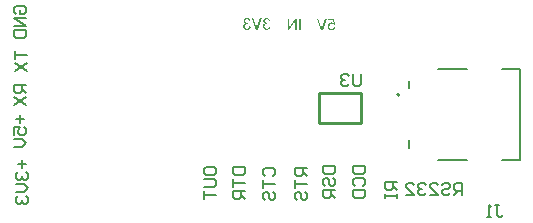
<source format=gbo>
G04*
G04 #@! TF.GenerationSoftware,Altium Limited,Altium Designer,24.3.1 (35)*
G04*
G04 Layer_Color=32896*
%FSLAX44Y44*%
%MOMM*%
G71*
G04*
G04 #@! TF.SameCoordinates,DD5606FB-0AE3-4311-A501-CF171F200833*
G04*
G04*
G04 #@! TF.FilePolarity,Positive*
G04*
G01*
G75*
%ADD10C,0.2540*%
%ADD13C,0.2000*%
%ADD14C,0.1524*%
%ADD73C,0.1270*%
G36*
X419652Y186830D02*
X418522Y186665D01*
X418420Y186817D01*
X418306Y186944D01*
X418179Y187071D01*
X418065Y187160D01*
X417963Y187249D01*
X417887Y187299D01*
X417836Y187338D01*
X417811Y187350D01*
X417633Y187439D01*
X417442Y187515D01*
X417265Y187566D01*
X417112Y187592D01*
X416960Y187617D01*
X416858Y187630D01*
X416579D01*
X416426Y187604D01*
X416121Y187541D01*
X415868Y187439D01*
X415652Y187338D01*
X415474Y187223D01*
X415347Y187122D01*
X415309Y187084D01*
X415271Y187058D01*
X415245Y187045D01*
Y187033D01*
X415144Y186919D01*
X415055Y186791D01*
X414915Y186525D01*
X414813Y186258D01*
X414750Y185991D01*
X414699Y185763D01*
X414686Y185661D01*
Y185572D01*
X414674Y185509D01*
Y185458D01*
Y185420D01*
Y185407D01*
Y185204D01*
X414699Y185026D01*
X414763Y184683D01*
X414864Y184391D01*
X414966Y184137D01*
X415029Y184036D01*
X415080Y183947D01*
X415131Y183858D01*
X415182Y183794D01*
X415220Y183743D01*
X415245Y183705D01*
X415258Y183693D01*
X415271Y183680D01*
X415385Y183566D01*
X415499Y183464D01*
X415626Y183375D01*
X415753Y183312D01*
X415994Y183185D01*
X416236Y183109D01*
X416439Y183070D01*
X416528Y183058D01*
X416591Y183045D01*
X416655Y183032D01*
X416744D01*
X417010Y183058D01*
X417239Y183109D01*
X417455Y183172D01*
X417633Y183261D01*
X417772Y183337D01*
X417887Y183413D01*
X417950Y183464D01*
X417976Y183477D01*
X418141Y183667D01*
X418280Y183883D01*
X418395Y184112D01*
X418484Y184340D01*
X418535Y184531D01*
X418560Y184620D01*
X418585Y184696D01*
X418598Y184760D01*
Y184810D01*
X418611Y184836D01*
Y184848D01*
X419868Y184760D01*
X419843Y184531D01*
X419792Y184315D01*
X419741Y184125D01*
X419665Y183934D01*
X419601Y183756D01*
X419512Y183591D01*
X419436Y183439D01*
X419347Y183312D01*
X419271Y183185D01*
X419182Y183083D01*
X419119Y182994D01*
X419043Y182918D01*
X418992Y182854D01*
X418954Y182816D01*
X418928Y182791D01*
X418915Y182778D01*
X418750Y182651D01*
X418585Y182537D01*
X418408Y182435D01*
X418217Y182359D01*
X418039Y182283D01*
X417861Y182220D01*
X417519Y182131D01*
X417353Y182105D01*
X417214Y182080D01*
X417074Y182067D01*
X416960Y182054D01*
X416871Y182042D01*
X416744D01*
X416452Y182054D01*
X416172Y182092D01*
X415906Y182156D01*
X415652Y182232D01*
X415423Y182321D01*
X415220Y182410D01*
X415029Y182524D01*
X414851Y182639D01*
X414699Y182740D01*
X414559Y182854D01*
X414445Y182943D01*
X414356Y183045D01*
X414280Y183109D01*
X414216Y183172D01*
X414191Y183210D01*
X414178Y183223D01*
X414039Y183413D01*
X413924Y183604D01*
X413823Y183794D01*
X413734Y183985D01*
X413658Y184175D01*
X413594Y184366D01*
X413505Y184734D01*
X413467Y184886D01*
X413442Y185039D01*
X413429Y185179D01*
X413416Y185293D01*
X413404Y185382D01*
Y185445D01*
Y185496D01*
Y185509D01*
X413416Y185763D01*
X413442Y186004D01*
X413480Y186233D01*
X413543Y186461D01*
X413607Y186665D01*
X413683Y186842D01*
X413759Y187020D01*
X413848Y187173D01*
X413924Y187312D01*
X414013Y187439D01*
X414090Y187541D01*
X414153Y187630D01*
X414216Y187706D01*
X414255Y187757D01*
X414280Y187782D01*
X414293Y187795D01*
X414458Y187947D01*
X414636Y188087D01*
X414813Y188201D01*
X414991Y188316D01*
X415182Y188392D01*
X415359Y188468D01*
X415525Y188531D01*
X415690Y188570D01*
X415855Y188608D01*
X415994Y188633D01*
X416121Y188658D01*
X416223Y188671D01*
X416312Y188684D01*
X416439D01*
X416617Y188671D01*
X416795Y188658D01*
X417137Y188582D01*
X417442Y188493D01*
X417722Y188379D01*
X417849Y188316D01*
X417950Y188265D01*
X418052Y188201D01*
X418128Y188163D01*
X418192Y188125D01*
X418242Y188087D01*
X418268Y188074D01*
X418280Y188062D01*
X417760Y190703D01*
X413861D01*
Y191846D01*
X418712D01*
X419652Y186830D01*
D02*
G37*
G36*
X409022Y182207D02*
X407676D01*
X403866Y191973D01*
X405174D01*
X407816Y184874D01*
X407930Y184582D01*
X408032Y184290D01*
X408120Y184010D01*
X408197Y183769D01*
X408260Y183566D01*
X408286Y183489D01*
X408311Y183413D01*
X408324Y183350D01*
X408336Y183312D01*
X408349Y183286D01*
Y183274D01*
X408425Y183553D01*
X408514Y183845D01*
X408603Y184112D01*
X408679Y184353D01*
X408755Y184569D01*
X408781Y184658D01*
X408806Y184734D01*
X408832Y184785D01*
X408844Y184836D01*
X408857Y184861D01*
Y184874D01*
X411397Y191973D01*
X412807D01*
X409022Y182207D01*
D02*
G37*
G36*
X387047Y181993D02*
X385802D01*
Y189651D01*
X380684Y181993D01*
X379350D01*
Y191759D01*
X380595D01*
Y184089D01*
X385726Y191759D01*
X387047D01*
Y181993D01*
D02*
G37*
G36*
X390602D02*
X389307D01*
Y191759D01*
X390602D01*
Y181993D01*
D02*
G37*
G36*
X361923Y192377D02*
X362126Y192365D01*
X362507Y192288D01*
X362837Y192174D01*
X362977Y192111D01*
X363117Y192060D01*
X363231Y191996D01*
X363345Y191933D01*
X363434Y191869D01*
X363510Y191819D01*
X363574Y191780D01*
X363612Y191742D01*
X363637Y191730D01*
X363650Y191717D01*
X363790Y191590D01*
X363917Y191450D01*
X364133Y191145D01*
X364298Y190841D01*
X364437Y190548D01*
X364488Y190409D01*
X364526Y190282D01*
X364564Y190155D01*
X364590Y190066D01*
X364615Y189977D01*
X364628Y189914D01*
X364641Y189875D01*
Y189863D01*
X363447Y189647D01*
X363383Y189952D01*
X363307Y190218D01*
X363205Y190447D01*
X363104Y190625D01*
X363015Y190777D01*
X362939Y190879D01*
X362888Y190930D01*
X362863Y190955D01*
X362672Y191107D01*
X362482Y191209D01*
X362278Y191285D01*
X362101Y191349D01*
X361936Y191374D01*
X361796Y191387D01*
X361745Y191399D01*
X361682D01*
X361427Y191387D01*
X361212Y191336D01*
X361008Y191260D01*
X360843Y191183D01*
X360716Y191095D01*
X360615Y191031D01*
X360564Y190980D01*
X360538Y190955D01*
X360386Y190790D01*
X360272Y190599D01*
X360196Y190422D01*
X360132Y190256D01*
X360107Y190104D01*
X360094Y189990D01*
X360081Y189901D01*
Y189888D01*
Y189875D01*
X360094Y189723D01*
X360107Y189583D01*
X360183Y189329D01*
X360272Y189113D01*
X360386Y188936D01*
X360500Y188809D01*
X360602Y188707D01*
X360678Y188656D01*
X360691Y188631D01*
X360704D01*
X360932Y188504D01*
X361174Y188402D01*
X361402Y188339D01*
X361618Y188288D01*
X361796Y188263D01*
X361948Y188250D01*
X361999Y188237D01*
X362139D01*
X362202Y188250D01*
X362240Y188263D01*
X362266D01*
X362405Y187208D01*
X362228Y187246D01*
X362062Y187285D01*
X361910Y187310D01*
X361783Y187323D01*
X361694Y187335D01*
X361554D01*
X361250Y187310D01*
X360983Y187246D01*
X360754Y187170D01*
X360551Y187069D01*
X360399Y186967D01*
X360285Y186891D01*
X360208Y186827D01*
X360183Y186802D01*
X360081Y186700D01*
X360005Y186586D01*
X359865Y186370D01*
X359764Y186142D01*
X359700Y185926D01*
X359662Y185735D01*
X359650Y185646D01*
Y185583D01*
X359637Y185519D01*
Y185481D01*
Y185456D01*
Y185443D01*
Y185291D01*
X359662Y185138D01*
X359726Y184859D01*
X359827Y184605D01*
X359929Y184402D01*
X360031Y184224D01*
X360132Y184097D01*
X360170Y184059D01*
X360196Y184021D01*
X360208Y184008D01*
X360221Y183995D01*
X360335Y183894D01*
X360450Y183805D01*
X360691Y183652D01*
X360932Y183551D01*
X361161Y183487D01*
X361351Y183437D01*
X361440Y183424D01*
X361516D01*
X361567Y183411D01*
X361656D01*
X361910Y183437D01*
X362151Y183487D01*
X362355Y183551D01*
X362532Y183640D01*
X362685Y183716D01*
X362786Y183792D01*
X362850Y183843D01*
X362875Y183856D01*
X362964Y183944D01*
X363040Y184046D01*
X363180Y184287D01*
X363307Y184529D01*
X363396Y184770D01*
X363472Y184999D01*
X363498Y185088D01*
X363523Y185176D01*
X363536Y185240D01*
X363548Y185291D01*
X363561Y185329D01*
Y185341D01*
X364755Y185176D01*
X364729Y184948D01*
X364679Y184732D01*
X364628Y184541D01*
X364552Y184351D01*
X364476Y184173D01*
X364399Y184008D01*
X364310Y183856D01*
X364234Y183716D01*
X364145Y183602D01*
X364069Y183487D01*
X363993Y183398D01*
X363929Y183322D01*
X363866Y183259D01*
X363828Y183221D01*
X363802Y183195D01*
X363790Y183183D01*
X363625Y183043D01*
X363460Y182929D01*
X363282Y182827D01*
X363091Y182738D01*
X362913Y182675D01*
X362736Y182611D01*
X362405Y182522D01*
X362253Y182484D01*
X362101Y182459D01*
X361974Y182446D01*
X361872Y182433D01*
X361783Y182421D01*
X361656D01*
X361389Y182433D01*
X361148Y182459D01*
X360907Y182497D01*
X360691Y182560D01*
X360475Y182624D01*
X360285Y182700D01*
X360107Y182776D01*
X359942Y182865D01*
X359802Y182941D01*
X359675Y183017D01*
X359561Y183094D01*
X359472Y183157D01*
X359395Y183221D01*
X359345Y183259D01*
X359319Y183284D01*
X359307Y183297D01*
X359142Y183462D01*
X359002Y183640D01*
X358875Y183830D01*
X358760Y184008D01*
X358672Y184198D01*
X358595Y184376D01*
X358532Y184554D01*
X358481Y184719D01*
X358443Y184872D01*
X358418Y185011D01*
X358392Y185138D01*
X358380Y185253D01*
X358367Y185341D01*
Y185418D01*
Y185456D01*
Y185469D01*
X358392Y185811D01*
X358443Y186103D01*
X358519Y186370D01*
X358608Y186599D01*
X358697Y186789D01*
X358735Y186853D01*
X358773Y186916D01*
X358799Y186967D01*
X358824Y187005D01*
X358849Y187018D01*
Y187031D01*
X359040Y187246D01*
X359268Y187424D01*
X359484Y187577D01*
X359700Y187691D01*
X359891Y187767D01*
X359980Y187805D01*
X360056Y187831D01*
X360107Y187843D01*
X360158Y187856D01*
X360183Y187869D01*
X360196D01*
X359967Y187996D01*
X359764Y188123D01*
X359586Y188263D01*
X359446Y188402D01*
X359332Y188517D01*
X359256Y188605D01*
X359205Y188669D01*
X359192Y188694D01*
X359078Y188897D01*
X358989Y189101D01*
X358938Y189291D01*
X358887Y189469D01*
X358862Y189621D01*
X358849Y189748D01*
Y189825D01*
Y189837D01*
Y189850D01*
X358862Y190091D01*
X358900Y190320D01*
X358964Y190536D01*
X359027Y190726D01*
X359103Y190879D01*
X359154Y191006D01*
X359205Y191082D01*
X359218Y191095D01*
Y191107D01*
X359357Y191323D01*
X359523Y191501D01*
X359700Y191666D01*
X359865Y191806D01*
X360018Y191907D01*
X360132Y191984D01*
X360183Y192009D01*
X360221Y192034D01*
X360234Y192047D01*
X360246D01*
X360500Y192161D01*
X360754Y192250D01*
X360996Y192301D01*
X361224Y192352D01*
X361415Y192377D01*
X361504D01*
X361567Y192390D01*
X361707D01*
X361923Y192377D01*
D02*
G37*
G36*
X345248D02*
X345451Y192365D01*
X345832Y192288D01*
X346162Y192174D01*
X346302Y192111D01*
X346441Y192060D01*
X346556Y191996D01*
X346670Y191933D01*
X346759Y191869D01*
X346835Y191819D01*
X346899Y191780D01*
X346937Y191742D01*
X346962Y191730D01*
X346975Y191717D01*
X347115Y191590D01*
X347242Y191450D01*
X347458Y191145D01*
X347623Y190841D01*
X347762Y190548D01*
X347813Y190409D01*
X347851Y190282D01*
X347889Y190155D01*
X347915Y190066D01*
X347940Y189977D01*
X347953Y189914D01*
X347966Y189875D01*
Y189863D01*
X346772Y189647D01*
X346708Y189952D01*
X346632Y190218D01*
X346530Y190447D01*
X346429Y190625D01*
X346340Y190777D01*
X346264Y190879D01*
X346213Y190930D01*
X346188Y190955D01*
X345997Y191107D01*
X345807Y191209D01*
X345603Y191285D01*
X345425Y191349D01*
X345260Y191374D01*
X345121Y191387D01*
X345070Y191399D01*
X345006D01*
X344752Y191387D01*
X344537Y191336D01*
X344333Y191260D01*
X344168Y191183D01*
X344041Y191095D01*
X343940Y191031D01*
X343889Y190980D01*
X343863Y190955D01*
X343711Y190790D01*
X343597Y190599D01*
X343521Y190422D01*
X343457Y190256D01*
X343432Y190104D01*
X343419Y189990D01*
X343406Y189901D01*
Y189888D01*
Y189875D01*
X343419Y189723D01*
X343432Y189583D01*
X343508Y189329D01*
X343597Y189113D01*
X343711Y188936D01*
X343825Y188809D01*
X343927Y188707D01*
X344003Y188656D01*
X344016Y188631D01*
X344029D01*
X344257Y188504D01*
X344498Y188402D01*
X344727Y188339D01*
X344943Y188288D01*
X345121Y188263D01*
X345273Y188250D01*
X345324Y188237D01*
X345464D01*
X345527Y188250D01*
X345565Y188263D01*
X345591D01*
X345730Y187208D01*
X345552Y187246D01*
X345387Y187285D01*
X345235Y187310D01*
X345108Y187323D01*
X345019Y187335D01*
X344879D01*
X344575Y187310D01*
X344308Y187246D01*
X344079Y187170D01*
X343876Y187069D01*
X343724Y186967D01*
X343609Y186891D01*
X343533Y186827D01*
X343508Y186802D01*
X343406Y186700D01*
X343330Y186586D01*
X343190Y186370D01*
X343089Y186142D01*
X343025Y185926D01*
X342987Y185735D01*
X342974Y185646D01*
Y185583D01*
X342962Y185519D01*
Y185481D01*
Y185456D01*
Y185443D01*
Y185291D01*
X342987Y185138D01*
X343051Y184859D01*
X343152Y184605D01*
X343254Y184402D01*
X343355Y184224D01*
X343457Y184097D01*
X343495Y184059D01*
X343521Y184021D01*
X343533Y184008D01*
X343546Y183995D01*
X343660Y183894D01*
X343774Y183805D01*
X344016Y183652D01*
X344257Y183551D01*
X344486Y183487D01*
X344676Y183437D01*
X344765Y183424D01*
X344841D01*
X344892Y183411D01*
X344981D01*
X345235Y183437D01*
X345476Y183487D01*
X345680Y183551D01*
X345857Y183640D01*
X346010Y183716D01*
X346111Y183792D01*
X346175Y183843D01*
X346200Y183856D01*
X346289Y183944D01*
X346365Y184046D01*
X346505Y184287D01*
X346632Y184529D01*
X346721Y184770D01*
X346797Y184999D01*
X346823Y185088D01*
X346848Y185176D01*
X346861Y185240D01*
X346873Y185291D01*
X346886Y185329D01*
Y185341D01*
X348080Y185176D01*
X348054Y184948D01*
X348004Y184732D01*
X347953Y184541D01*
X347877Y184351D01*
X347800Y184173D01*
X347724Y184008D01*
X347635Y183856D01*
X347559Y183716D01*
X347470Y183602D01*
X347394Y183487D01*
X347318Y183398D01*
X347254Y183322D01*
X347191Y183259D01*
X347153Y183221D01*
X347127Y183195D01*
X347115Y183183D01*
X346950Y183043D01*
X346784Y182929D01*
X346607Y182827D01*
X346416Y182738D01*
X346238Y182675D01*
X346060Y182611D01*
X345730Y182522D01*
X345578Y182484D01*
X345425Y182459D01*
X345299Y182446D01*
X345197Y182433D01*
X345108Y182421D01*
X344981D01*
X344714Y182433D01*
X344473Y182459D01*
X344232Y182497D01*
X344016Y182560D01*
X343800Y182624D01*
X343609Y182700D01*
X343432Y182776D01*
X343266Y182865D01*
X343127Y182941D01*
X343000Y183017D01*
X342886Y183094D01*
X342797Y183157D01*
X342720Y183221D01*
X342670Y183259D01*
X342644Y183284D01*
X342631Y183297D01*
X342466Y183462D01*
X342327Y183640D01*
X342200Y183830D01*
X342085Y184008D01*
X341996Y184198D01*
X341920Y184376D01*
X341857Y184554D01*
X341806Y184719D01*
X341768Y184872D01*
X341743Y185011D01*
X341717Y185138D01*
X341704Y185253D01*
X341692Y185341D01*
Y185418D01*
Y185456D01*
Y185469D01*
X341717Y185811D01*
X341768Y186103D01*
X341844Y186370D01*
X341933Y186599D01*
X342022Y186789D01*
X342060Y186853D01*
X342098Y186916D01*
X342123Y186967D01*
X342149Y187005D01*
X342174Y187018D01*
Y187031D01*
X342365Y187246D01*
X342593Y187424D01*
X342809Y187577D01*
X343025Y187691D01*
X343216Y187767D01*
X343305Y187805D01*
X343381Y187831D01*
X343432Y187843D01*
X343482Y187856D01*
X343508Y187869D01*
X343521D01*
X343292Y187996D01*
X343089Y188123D01*
X342911Y188263D01*
X342771Y188402D01*
X342657Y188517D01*
X342581Y188605D01*
X342530Y188669D01*
X342517Y188694D01*
X342403Y188897D01*
X342314Y189101D01*
X342263Y189291D01*
X342212Y189469D01*
X342187Y189621D01*
X342174Y189748D01*
Y189825D01*
Y189837D01*
Y189850D01*
X342187Y190091D01*
X342225Y190320D01*
X342289Y190536D01*
X342352Y190726D01*
X342428Y190879D01*
X342479Y191006D01*
X342530Y191082D01*
X342543Y191095D01*
Y191107D01*
X342682Y191323D01*
X342847Y191501D01*
X343025Y191666D01*
X343190Y191806D01*
X343343Y191907D01*
X343457Y191984D01*
X343508Y192009D01*
X343546Y192034D01*
X343559Y192047D01*
X343571D01*
X343825Y192161D01*
X344079Y192250D01*
X344321Y192301D01*
X344549Y192352D01*
X344740Y192377D01*
X344829D01*
X344892Y192390D01*
X345032D01*
X345248Y192377D01*
D02*
G37*
G36*
X353909Y182586D02*
X352563D01*
X348753Y192352D01*
X350061D01*
X352703Y185253D01*
X352817Y184960D01*
X352919Y184668D01*
X353007Y184389D01*
X353084Y184148D01*
X353147Y183944D01*
X353172Y183868D01*
X353198Y183792D01*
X353211Y183729D01*
X353223Y183690D01*
X353236Y183665D01*
Y183652D01*
X353312Y183932D01*
X353401Y184224D01*
X353490Y184491D01*
X353566Y184732D01*
X353642Y184948D01*
X353668Y185037D01*
X353693Y185113D01*
X353719Y185164D01*
X353731Y185215D01*
X353744Y185240D01*
Y185253D01*
X356284Y192352D01*
X357694D01*
X353909Y182586D01*
D02*
G37*
D10*
X441198Y103124D02*
Y128524D01*
X405638Y103124D02*
Y128524D01*
X441198D01*
X405638Y103124D02*
X441198D01*
D13*
X474004Y127430D02*
G03*
X474004Y127430I-1000J0D01*
G01*
D14*
X471562Y53194D02*
X461405D01*
Y48116D01*
X463098Y46423D01*
X466483D01*
X468176Y48116D01*
Y53194D01*
Y49808D02*
X471562Y46423D01*
X461405Y43037D02*
Y39652D01*
Y41344D01*
X471562D01*
Y43037D01*
Y39652D01*
X526656Y42841D02*
Y52997D01*
X521577D01*
X519885Y51305D01*
Y47919D01*
X521577Y46226D01*
X526656D01*
X523270D02*
X519885Y42841D01*
X509728Y51305D02*
X511421Y52997D01*
X514806D01*
X516499Y51305D01*
Y49612D01*
X514806Y47919D01*
X511421D01*
X509728Y46226D01*
Y44534D01*
X511421Y42841D01*
X514806D01*
X516499Y44534D01*
X499571Y42841D02*
X506342D01*
X499571Y49612D01*
Y51305D01*
X501264Y52997D01*
X504650D01*
X506342Y51305D01*
X496185D02*
X494493Y52997D01*
X491107D01*
X489414Y51305D01*
Y49612D01*
X491107Y47919D01*
X492800D01*
X491107D01*
X489414Y46226D01*
Y44534D01*
X491107Y42841D01*
X494493D01*
X496185Y44534D01*
X479258Y42841D02*
X486029D01*
X479258Y49612D01*
Y51305D01*
X480951Y52997D01*
X484336D01*
X486029Y51305D01*
X434629Y67406D02*
X444786D01*
Y62328D01*
X443093Y60635D01*
X436322D01*
X434629Y62328D01*
Y67406D01*
X436322Y50478D02*
X434629Y52171D01*
Y55557D01*
X436322Y57249D01*
X443093D01*
X444786Y55557D01*
Y52171D01*
X443093Y50478D01*
X434629Y47093D02*
X444786D01*
Y42014D01*
X443093Y40321D01*
X436322D01*
X434629Y42014D01*
Y47093D01*
X409451Y67310D02*
X419608D01*
Y62232D01*
X417915Y60539D01*
X411144D01*
X409451Y62232D01*
Y67310D01*
X411144Y50382D02*
X409451Y52075D01*
Y55461D01*
X411144Y57153D01*
X412837D01*
X414530Y55461D01*
Y52075D01*
X416222Y50382D01*
X417915D01*
X419608Y52075D01*
Y55461D01*
X417915Y57153D01*
X419608Y46997D02*
X409451D01*
Y41918D01*
X411144Y40225D01*
X414530D01*
X416222Y41918D01*
Y46997D01*
Y43611D02*
X419608Y40225D01*
X395986Y65786D02*
X385829D01*
Y60708D01*
X387522Y59015D01*
X390908D01*
X392600Y60708D01*
Y65786D01*
Y62400D02*
X395986Y59015D01*
X385829Y55629D02*
Y48858D01*
Y52244D01*
X395986D01*
X387522Y38701D02*
X385829Y40394D01*
Y43780D01*
X387522Y45473D01*
X389215D01*
X390908Y43780D01*
Y40394D01*
X392600Y38701D01*
X394293D01*
X395986Y40394D01*
Y43780D01*
X394293Y45473D01*
X333251Y66040D02*
X343408D01*
Y60962D01*
X341715Y59269D01*
X334944D01*
X333251Y60962D01*
Y66040D01*
Y55883D02*
Y49112D01*
Y52498D01*
X343408D01*
Y45727D02*
X333251D01*
Y40648D01*
X334944Y38955D01*
X338330D01*
X340022Y40648D01*
Y45727D01*
Y42341D02*
X343408Y38955D01*
X308359Y60962D02*
Y64347D01*
X310052Y66040D01*
X316823D01*
X318516Y64347D01*
Y60962D01*
X316823Y59269D01*
X310052D01*
X308359Y60962D01*
Y55883D02*
X316823D01*
X318516Y54191D01*
Y50805D01*
X316823Y49112D01*
X308359D01*
Y45727D02*
Y38955D01*
Y42341D01*
X318516D01*
X359836Y58761D02*
X358143Y60454D01*
Y63839D01*
X359836Y65532D01*
X366607D01*
X368300Y63839D01*
Y60454D01*
X366607Y58761D01*
X358143Y55375D02*
Y48604D01*
Y51990D01*
X368300D01*
X359836Y38447D02*
X358143Y40140D01*
Y43526D01*
X359836Y45219D01*
X361529D01*
X363222Y43526D01*
Y40140D01*
X364914Y38447D01*
X366607D01*
X368300Y40140D01*
Y43526D01*
X366607Y45219D01*
X149016Y195667D02*
X147323Y197360D01*
Y200745D01*
X149016Y202438D01*
X155787D01*
X157480Y200745D01*
Y197360D01*
X155787Y195667D01*
X152402D01*
Y199052D01*
X157480Y192281D02*
X147323D01*
X157480Y185510D01*
X147323D01*
Y182125D02*
X157480D01*
Y177046D01*
X155787Y175353D01*
X149016D01*
X147323Y177046D01*
Y182125D01*
X148593Y164084D02*
Y157313D01*
Y160698D01*
X158750D01*
X148593Y153927D02*
X158750Y147156D01*
X148593D02*
X158750Y153927D01*
X157988Y135636D02*
X147831D01*
Y130558D01*
X149524Y128865D01*
X152910D01*
X154602Y130558D01*
Y135636D01*
Y132250D02*
X157988Y128865D01*
X147831Y125479D02*
X157988Y118708D01*
X147831D02*
X157988Y125479D01*
X153164Y110236D02*
Y103465D01*
X149778Y106851D02*
X156549D01*
X148085Y93308D02*
Y100079D01*
X153164D01*
X151471Y96694D01*
Y95001D01*
X153164Y93308D01*
X156549D01*
X158242Y95001D01*
Y98386D01*
X156549Y100079D01*
X148085Y89923D02*
X154856D01*
X158242Y86537D01*
X154856Y83151D01*
X148085D01*
X154180Y72136D02*
Y65365D01*
X150794Y68750D02*
X157565D01*
X150794Y61979D02*
X149101Y60286D01*
Y56901D01*
X150794Y55208D01*
X152487D01*
X154180Y56901D01*
Y58594D01*
Y56901D01*
X155872Y55208D01*
X157565D01*
X159258Y56901D01*
Y60286D01*
X157565Y61979D01*
X149101Y51823D02*
X155872D01*
X159258Y48437D01*
X155872Y45051D01*
X149101D01*
X150794Y41666D02*
X149101Y39973D01*
Y36588D01*
X150794Y34895D01*
X152487D01*
X154180Y36588D01*
Y38280D01*
Y36588D01*
X155872Y34895D01*
X157565D01*
X159258Y36588D01*
Y39973D01*
X157565Y41666D01*
X441056Y145297D02*
Y136833D01*
X439363Y135140D01*
X435978D01*
X434285Y136833D01*
Y145297D01*
X430899Y143604D02*
X429207Y145297D01*
X425821D01*
X424128Y143604D01*
Y141911D01*
X425821Y140218D01*
X427514D01*
X425821D01*
X424128Y138526D01*
Y136833D01*
X425821Y135140D01*
X429207D01*
X430899Y136833D01*
X554736Y34288D02*
X558122D01*
X556429D01*
Y25824D01*
X558122Y24132D01*
X559814D01*
X561507Y25824D01*
X551350Y24132D02*
X547965D01*
X549658D01*
Y34288D01*
X551350Y32596D01*
D73*
X481754Y82430D02*
Y88930D01*
Y132930D02*
Y139430D01*
X506254Y72430D02*
X531254D01*
X506254Y149430D02*
X531254D01*
X561034Y72430D02*
X575754D01*
Y149430D01*
X561034D02*
X575754D01*
M02*

</source>
